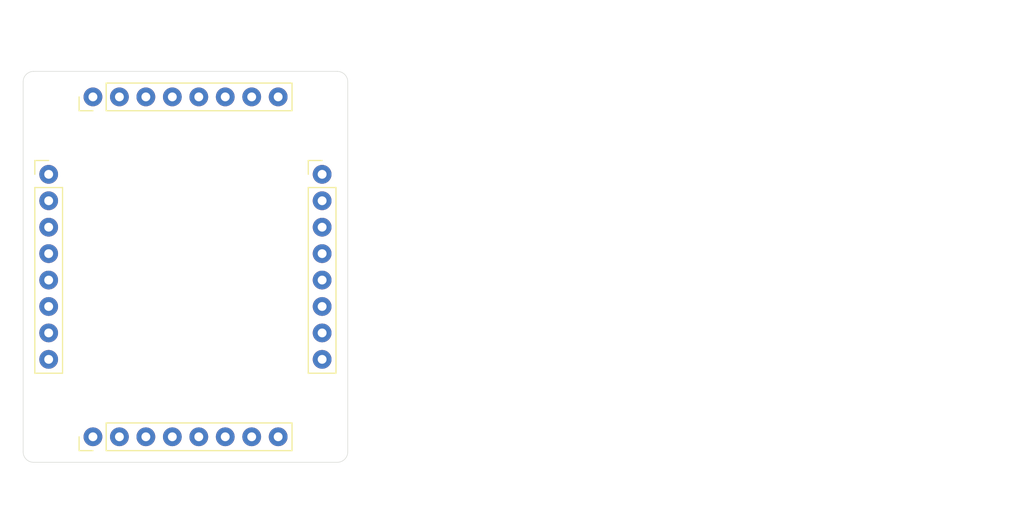
<source format=kicad_pcb>
(kicad_pcb (version 20171130) (host pcbnew "(5.1.4)-1")

  (general
    (thickness 1.6)
    (drawings 91)
    (tracks 0)
    (zones 0)
    (modules 8)
    (nets 33)
  )

  (page A4)
  (layers
    (0 F.Cu signal)
    (31 B.Cu signal)
    (32 B.Adhes user)
    (33 F.Adhes user)
    (34 B.Paste user)
    (35 F.Paste user)
    (36 B.SilkS user)
    (37 F.SilkS user)
    (38 B.Mask user)
    (39 F.Mask user)
    (40 Dwgs.User user)
    (41 Cmts.User user)
    (42 Eco1.User user)
    (43 Eco2.User user)
    (44 Edge.Cuts user)
    (45 Margin user)
    (46 B.CrtYd user)
    (47 F.CrtYd user)
    (48 B.Fab user)
    (49 F.Fab user)
  )

  (setup
    (last_trace_width 0.25)
    (trace_clearance 0.2)
    (zone_clearance 0.508)
    (zone_45_only no)
    (trace_min 0.25)
    (via_size 0.8)
    (via_drill 0.4)
    (via_min_size 0.4)
    (via_min_drill 0.3)
    (uvia_size 0.3)
    (uvia_drill 0.1)
    (uvias_allowed no)
    (uvia_min_size 0.2)
    (uvia_min_drill 0.1)
    (edge_width 0.05)
    (segment_width 0.2)
    (pcb_text_width 0.3)
    (pcb_text_size 1.5 1.5)
    (mod_edge_width 0.12)
    (mod_text_size 1 1)
    (mod_text_width 0.15)
    (pad_size 1.397 1.397)
    (pad_drill 0.8128)
    (pad_to_mask_clearance 0.051)
    (solder_mask_min_width 0.25)
    (aux_axis_origin 0 0)
    (visible_elements 7FFFFFFF)
    (pcbplotparams
      (layerselection 0x010f0_ffffffff)
      (usegerberextensions false)
      (usegerberattributes false)
      (usegerberadvancedattributes false)
      (creategerberjobfile false)
      (excludeedgelayer true)
      (linewidth 0.100000)
      (plotframeref false)
      (viasonmask false)
      (mode 1)
      (useauxorigin false)
      (hpglpennumber 1)
      (hpglpenspeed 20)
      (hpglpendiameter 15.000000)
      (psnegative false)
      (psa4output false)
      (plotreference true)
      (plotvalue true)
      (plotinvisibletext false)
      (padsonsilk false)
      (subtractmaskfromsilk false)
      (outputformat 1)
      (mirror false)
      (drillshape 0)
      (scaleselection 1)
      (outputdirectory "gb/"))
  )

  (net 0 "")
  (net 1 "Net-(J1-Pad8)")
  (net 2 "Net-(J1-Pad7)")
  (net 3 "Net-(J1-Pad6)")
  (net 4 "Net-(J1-Pad5)")
  (net 5 "Net-(J1-Pad4)")
  (net 6 "Net-(J1-Pad3)")
  (net 7 "Net-(J1-Pad2)")
  (net 8 "Net-(J1-Pad1)")
  (net 9 "Net-(J2-Pad1)")
  (net 10 "Net-(J2-Pad2)")
  (net 11 "Net-(J2-Pad3)")
  (net 12 "Net-(J2-Pad4)")
  (net 13 "Net-(J2-Pad5)")
  (net 14 "Net-(J2-Pad6)")
  (net 15 "Net-(J2-Pad7)")
  (net 16 "Net-(J2-Pad8)")
  (net 17 "Net-(J3-Pad1)")
  (net 18 "Net-(J3-Pad2)")
  (net 19 "Net-(J3-Pad3)")
  (net 20 "Net-(J3-Pad4)")
  (net 21 "Net-(J3-Pad5)")
  (net 22 "Net-(J3-Pad6)")
  (net 23 "Net-(J3-Pad7)")
  (net 24 "Net-(J3-Pad8)")
  (net 25 "Net-(J4-Pad8)")
  (net 26 "Net-(J4-Pad7)")
  (net 27 "Net-(J4-Pad6)")
  (net 28 "Net-(J4-Pad5)")
  (net 29 "Net-(J4-Pad4)")
  (net 30 "Net-(J4-Pad3)")
  (net 31 "Net-(J4-Pad2)")
  (net 32 "Net-(J4-Pad1)")

  (net_class Default "これはデフォルトのネット クラスです。"
    (clearance 0.2)
    (trace_width 0.25)
    (via_dia 0.8)
    (via_drill 0.4)
    (uvia_dia 0.3)
    (uvia_drill 0.1)
    (add_net "Net-(J1-Pad1)")
    (add_net "Net-(J1-Pad2)")
    (add_net "Net-(J1-Pad3)")
    (add_net "Net-(J1-Pad4)")
    (add_net "Net-(J1-Pad5)")
    (add_net "Net-(J1-Pad6)")
    (add_net "Net-(J1-Pad7)")
    (add_net "Net-(J1-Pad8)")
    (add_net "Net-(J2-Pad1)")
    (add_net "Net-(J2-Pad2)")
    (add_net "Net-(J2-Pad3)")
    (add_net "Net-(J2-Pad4)")
    (add_net "Net-(J2-Pad5)")
    (add_net "Net-(J2-Pad6)")
    (add_net "Net-(J2-Pad7)")
    (add_net "Net-(J2-Pad8)")
    (add_net "Net-(J3-Pad1)")
    (add_net "Net-(J3-Pad2)")
    (add_net "Net-(J3-Pad3)")
    (add_net "Net-(J3-Pad4)")
    (add_net "Net-(J3-Pad5)")
    (add_net "Net-(J3-Pad6)")
    (add_net "Net-(J3-Pad7)")
    (add_net "Net-(J3-Pad8)")
    (add_net "Net-(J4-Pad1)")
    (add_net "Net-(J4-Pad2)")
    (add_net "Net-(J4-Pad3)")
    (add_net "Net-(J4-Pad4)")
    (add_net "Net-(J4-Pad5)")
    (add_net "Net-(J4-Pad6)")
    (add_net "Net-(J4-Pad7)")
    (add_net "Net-(J4-Pad8)")
  )

  (module MountingHole:MountingHole_2.2mm_M2 (layer B.Cu) (tedit 56D1B4CB) (tstamp 61C9DDE6)
    (at 128.57 72.97)
    (descr "Mounting Hole 2.2mm, no annular, M2")
    (tags "mounting hole 2.2mm no annular m2")
    (attr virtual)
    (fp_text reference REF** (at 0 3.2) (layer B.SilkS) hide
      (effects (font (size 1 1) (thickness 0.15)) (justify mirror))
    )
    (fp_text value MountingHole_2.2mm_M2 (at -0.2 -3.63) (layer B.Fab) hide
      (effects (font (size 1 1) (thickness 0.15)) (justify mirror))
    )
    (fp_circle (center 0 0) (end 2.45 0) (layer B.CrtYd) (width 0.05))
    (fp_circle (center 0 0) (end 2.2 0) (layer Cmts.User) (width 0.15))
    (fp_text user %R (at 0.3 0) (layer B.Fab)
      (effects (font (size 1 1) (thickness 0.15)) (justify mirror))
    )
    (pad 1 np_thru_hole circle (at 0 0) (size 2.2 2.2) (drill 2.2) (layers *.Cu *.Mask))
  )

  (module MountingHole:MountingHole_2.2mm_M2 (layer B.Cu) (tedit 56D1B4CB) (tstamp 61C9DE9D)
    (at 154.82 105.63)
    (descr "Mounting Hole 2.2mm, no annular, M2")
    (tags "mounting hole 2.2mm no annular m2")
    (attr virtual)
    (fp_text reference REF** (at 0 3.2) (layer B.SilkS) hide
      (effects (font (size 1 1) (thickness 0.15)) (justify mirror))
    )
    (fp_text value MountingHole_2.2mm_M2 (at 0 -3.2) (layer B.Fab) hide
      (effects (font (size 1 1) (thickness 0.15)) (justify mirror))
    )
    (fp_text user %R (at 0.3 0) (layer B.Fab)
      (effects (font (size 1 1) (thickness 0.15)) (justify mirror))
    )
    (fp_circle (center 0 0) (end 2.2 0) (layer Cmts.User) (width 0.15))
    (fp_circle (center 0 0) (end 2.45 0) (layer B.CrtYd) (width 0.05))
    (pad 1 np_thru_hole circle (at 0 0) (size 2.2 2.2) (drill 2.2) (layers *.Cu *.Mask))
  )

  (module MountingHole:MountingHole_2.2mm_M2 (layer B.Cu) (tedit 56D1B4CB) (tstamp 61C9DEBF)
    (at 128.57 105.63)
    (descr "Mounting Hole 2.2mm, no annular, M2")
    (tags "mounting hole 2.2mm no annular m2")
    (attr virtual)
    (fp_text reference REF** (at 0 3.2) (layer B.SilkS) hide
      (effects (font (size 1 1) (thickness 0.15)) (justify mirror))
    )
    (fp_text value MountingHole_2.2mm_M2 (at 0 -3.2) (layer B.Fab) hide
      (effects (font (size 1 1) (thickness 0.15)) (justify mirror))
    )
    (fp_circle (center 0 0) (end 2.45 0) (layer B.CrtYd) (width 0.05))
    (fp_circle (center 0 0) (end 2.2 0) (layer Cmts.User) (width 0.15))
    (fp_text user %R (at 0.3 0) (layer B.Fab)
      (effects (font (size 1 1) (thickness 0.15)) (justify mirror))
    )
    (pad 1 np_thru_hole circle (at 0 0) (size 2.2 2.2) (drill 2.2) (layers *.Cu *.Mask))
  )

  (module MountingHole:MountingHole_2.2mm_M2 (layer B.Cu) (tedit 56D1B4CB) (tstamp 61C9DEC6)
    (at 154.82 72.97)
    (descr "Mounting Hole 2.2mm, no annular, M2")
    (tags "mounting hole 2.2mm no annular m2")
    (attr virtual)
    (fp_text reference REF** (at 0 3.2) (layer B.SilkS) hide
      (effects (font (size 1 1) (thickness 0.15)) (justify mirror))
    )
    (fp_text value MountingHole_2.2mm_M2 (at 0.02 -4.16) (layer B.Fab) hide
      (effects (font (size 1 1) (thickness 0.15)) (justify mirror))
    )
    (fp_circle (center 0 0) (end 2.45 0) (layer B.CrtYd) (width 0.05))
    (fp_circle (center 0 0) (end 2.2 0) (layer Cmts.User) (width 0.15))
    (fp_text user %R (at 0.3 0) (layer B.Fab)
      (effects (font (size 1 1) (thickness 0.15)) (justify mirror))
    )
    (pad 1 np_thru_hole circle (at 0 0) (size 2.2 2.2) (drill 2.2) (layers *.Cu *.Mask))
  )

  (module Connector_PinHeader_2.54mm:PinHeader_1x08_P2.54mm_Vertical (layer F.Cu) (tedit 64778B88) (tstamp 64778BE2)
    (at 132.82 72.97 90)
    (descr "Through hole straight pin header, 1x08, 2.54mm pitch, single row")
    (tags "Through hole pin header THT 1x08 2.54mm single row")
    (path /6478C67F)
    (fp_text reference J1 (at 0 -2.33 180) (layer F.SilkS) hide
      (effects (font (size 1 1) (thickness 0.15)))
    )
    (fp_text value Conn_01x08 (at 0 20.11 90) (layer F.Fab)
      (effects (font (size 1 1) (thickness 0.15)))
    )
    (fp_line (start -0.635 -1.27) (end 1.27 -1.27) (layer F.Fab) (width 0.1))
    (fp_line (start 1.27 -1.27) (end 1.27 19.05) (layer F.Fab) (width 0.1))
    (fp_line (start 1.27 19.05) (end -1.27 19.05) (layer F.Fab) (width 0.1))
    (fp_line (start -1.27 19.05) (end -1.27 -0.635) (layer F.Fab) (width 0.1))
    (fp_line (start -1.27 -0.635) (end -0.635 -1.27) (layer F.Fab) (width 0.1))
    (fp_line (start -1.33 19.11) (end 1.33 19.11) (layer F.SilkS) (width 0.12))
    (fp_line (start -1.33 1.27) (end -1.33 19.11) (layer F.SilkS) (width 0.12))
    (fp_line (start 1.33 1.27) (end 1.33 19.11) (layer F.SilkS) (width 0.12))
    (fp_line (start -1.33 1.27) (end 1.33 1.27) (layer F.SilkS) (width 0.12))
    (fp_line (start -1.33 0) (end -1.33 -1.33) (layer F.SilkS) (width 0.12))
    (fp_line (start -1.33 -1.33) (end 0 -1.33) (layer F.SilkS) (width 0.12))
    (fp_line (start -1.8 -1.8) (end -1.8 19.55) (layer F.CrtYd) (width 0.05))
    (fp_line (start -1.8 19.55) (end 1.8 19.55) (layer F.CrtYd) (width 0.05))
    (fp_line (start 1.8 19.55) (end 1.8 -1.8) (layer F.CrtYd) (width 0.05))
    (fp_line (start 1.8 -1.8) (end -1.8 -1.8) (layer F.CrtYd) (width 0.05))
    (fp_text user %R (at 0 8.89) (layer F.Fab)
      (effects (font (size 1 1) (thickness 0.15)))
    )
    (pad 1 thru_hole oval (at 0 0 90) (size 1.8 1.8) (drill 0.85) (layers *.Cu *.Mask)
      (net 8 "Net-(J1-Pad1)"))
    (pad 2 thru_hole oval (at 0 2.54 90) (size 1.8 1.8) (drill 0.85) (layers *.Cu *.Mask)
      (net 7 "Net-(J1-Pad2)"))
    (pad 3 thru_hole oval (at 0 5.08 90) (size 1.8 1.8) (drill 0.85) (layers *.Cu *.Mask)
      (net 6 "Net-(J1-Pad3)"))
    (pad 4 thru_hole oval (at 0 7.62 90) (size 1.8 1.8) (drill 0.85) (layers *.Cu *.Mask)
      (net 5 "Net-(J1-Pad4)"))
    (pad 5 thru_hole oval (at 0 10.16 90) (size 1.8 1.8) (drill 0.85) (layers *.Cu *.Mask)
      (net 4 "Net-(J1-Pad5)"))
    (pad 6 thru_hole oval (at 0 12.7 90) (size 1.8 1.8) (drill 0.85) (layers *.Cu *.Mask)
      (net 3 "Net-(J1-Pad6)"))
    (pad 7 thru_hole oval (at 0 15.24 90) (size 1.8 1.8) (drill 0.85) (layers *.Cu *.Mask)
      (net 2 "Net-(J1-Pad7)"))
    (pad 8 thru_hole oval (at 0 17.78 90) (size 1.8 1.8) (drill 0.85) (layers *.Cu *.Mask)
      (net 1 "Net-(J1-Pad8)"))
    (model ${KISYS3DMOD}/Connector_PinHeader_2.54mm.3dshapes/PinHeader_1x08_P2.54mm_Vertical.wrl
      (at (xyz 0 0 0))
      (scale (xyz 1 1 1))
      (rotate (xyz 0 0 0))
    )
  )

  (module Connector_PinHeader_2.54mm:PinHeader_1x08_P2.54mm_Vertical (layer F.Cu) (tedit 64778BEA) (tstamp 64778BFD)
    (at 128.57 80.41)
    (descr "Through hole straight pin header, 1x08, 2.54mm pitch, single row")
    (tags "Through hole pin header THT 1x08 2.54mm single row")
    (path /6478BE17)
    (fp_text reference J2 (at 0 -2.33) (layer F.SilkS) hide
      (effects (font (size 1 1) (thickness 0.15)))
    )
    (fp_text value Conn_01x08 (at 0 20.11) (layer F.Fab)
      (effects (font (size 1 1) (thickness 0.15)))
    )
    (fp_line (start -0.635 -1.27) (end 1.27 -1.27) (layer F.Fab) (width 0.1))
    (fp_line (start 1.27 -1.27) (end 1.27 19.05) (layer F.Fab) (width 0.1))
    (fp_line (start 1.27 19.05) (end -1.27 19.05) (layer F.Fab) (width 0.1))
    (fp_line (start -1.27 19.05) (end -1.27 -0.635) (layer F.Fab) (width 0.1))
    (fp_line (start -1.27 -0.635) (end -0.635 -1.27) (layer F.Fab) (width 0.1))
    (fp_line (start -1.33 19.11) (end 1.33 19.11) (layer F.SilkS) (width 0.12))
    (fp_line (start -1.33 1.27) (end -1.33 19.11) (layer F.SilkS) (width 0.12))
    (fp_line (start 1.33 1.27) (end 1.33 19.11) (layer F.SilkS) (width 0.12))
    (fp_line (start -1.33 1.27) (end 1.33 1.27) (layer F.SilkS) (width 0.12))
    (fp_line (start -1.33 0) (end -1.33 -1.33) (layer F.SilkS) (width 0.12))
    (fp_line (start -1.33 -1.33) (end 0 -1.33) (layer F.SilkS) (width 0.12))
    (fp_line (start -1.8 -1.8) (end -1.8 19.55) (layer F.CrtYd) (width 0.05))
    (fp_line (start -1.8 19.55) (end 1.8 19.55) (layer F.CrtYd) (width 0.05))
    (fp_line (start 1.8 19.55) (end 1.8 -1.8) (layer F.CrtYd) (width 0.05))
    (fp_line (start 1.8 -1.8) (end -1.8 -1.8) (layer F.CrtYd) (width 0.05))
    (fp_text user %R (at 0 8.89 90) (layer F.Fab)
      (effects (font (size 1 1) (thickness 0.15)))
    )
    (pad 1 thru_hole oval (at 0 0) (size 1.8 1.8) (drill 0.85) (layers *.Cu *.Mask)
      (net 9 "Net-(J2-Pad1)"))
    (pad 2 thru_hole oval (at 0 2.54) (size 1.8 1.8) (drill 0.85) (layers *.Cu *.Mask)
      (net 10 "Net-(J2-Pad2)"))
    (pad 3 thru_hole oval (at 0 5.08) (size 1.8 1.8) (drill 0.85) (layers *.Cu *.Mask)
      (net 11 "Net-(J2-Pad3)"))
    (pad 4 thru_hole oval (at 0 7.62) (size 1.8 1.8) (drill 0.85) (layers *.Cu *.Mask)
      (net 12 "Net-(J2-Pad4)"))
    (pad 5 thru_hole oval (at 0 10.16) (size 1.8 1.8) (drill 0.85) (layers *.Cu *.Mask)
      (net 13 "Net-(J2-Pad5)"))
    (pad 6 thru_hole oval (at 0 12.7) (size 1.8 1.8) (drill 0.85) (layers *.Cu *.Mask)
      (net 14 "Net-(J2-Pad6)"))
    (pad 7 thru_hole oval (at 0 15.24) (size 1.8 1.8) (drill 0.85) (layers *.Cu *.Mask)
      (net 15 "Net-(J2-Pad7)"))
    (pad 8 thru_hole oval (at 0 17.78) (size 1.8 1.8) (drill 0.85) (layers *.Cu *.Mask)
      (net 16 "Net-(J2-Pad8)"))
    (model ${KISYS3DMOD}/Connector_PinHeader_2.54mm.3dshapes/PinHeader_1x08_P2.54mm_Vertical.wrl
      (at (xyz 0 0 0))
      (scale (xyz 1 1 1))
      (rotate (xyz 0 0 0))
    )
  )

  (module Connector_PinHeader_2.54mm:PinHeader_1x08_P2.54mm_Vertical (layer F.Cu) (tedit 64778C3B) (tstamp 64778C18)
    (at 154.82 80.41)
    (descr "Through hole straight pin header, 1x08, 2.54mm pitch, single row")
    (tags "Through hole pin header THT 1x08 2.54mm single row")
    (path /6478CF0B)
    (fp_text reference J3 (at 0 -2.33) (layer F.SilkS) hide
      (effects (font (size 1 1) (thickness 0.15)))
    )
    (fp_text value Conn_01x08 (at 0 20.11) (layer F.Fab)
      (effects (font (size 1 1) (thickness 0.15)))
    )
    (fp_line (start -0.635 -1.27) (end 1.27 -1.27) (layer F.Fab) (width 0.1))
    (fp_line (start 1.27 -1.27) (end 1.27 19.05) (layer F.Fab) (width 0.1))
    (fp_line (start 1.27 19.05) (end -1.27 19.05) (layer F.Fab) (width 0.1))
    (fp_line (start -1.27 19.05) (end -1.27 -0.635) (layer F.Fab) (width 0.1))
    (fp_line (start -1.27 -0.635) (end -0.635 -1.27) (layer F.Fab) (width 0.1))
    (fp_line (start -1.33 19.11) (end 1.33 19.11) (layer F.SilkS) (width 0.12))
    (fp_line (start -1.33 1.27) (end -1.33 19.11) (layer F.SilkS) (width 0.12))
    (fp_line (start 1.33 1.27) (end 1.33 19.11) (layer F.SilkS) (width 0.12))
    (fp_line (start -1.33 1.27) (end 1.33 1.27) (layer F.SilkS) (width 0.12))
    (fp_line (start -1.33 0) (end -1.33 -1.33) (layer F.SilkS) (width 0.12))
    (fp_line (start -1.33 -1.33) (end 0 -1.33) (layer F.SilkS) (width 0.12))
    (fp_line (start -1.8 -1.8) (end -1.8 19.55) (layer F.CrtYd) (width 0.05))
    (fp_line (start -1.8 19.55) (end 1.8 19.55) (layer F.CrtYd) (width 0.05))
    (fp_line (start 1.8 19.55) (end 1.8 -1.8) (layer F.CrtYd) (width 0.05))
    (fp_line (start 1.8 -1.8) (end -1.8 -1.8) (layer F.CrtYd) (width 0.05))
    (fp_text user %R (at 0 8.89 90) (layer F.Fab)
      (effects (font (size 1 1) (thickness 0.15)))
    )
    (pad 1 thru_hole oval (at 0 0) (size 1.8 1.8) (drill 0.85) (layers *.Cu *.Mask)
      (net 17 "Net-(J3-Pad1)"))
    (pad 2 thru_hole oval (at 0 2.54) (size 1.8 1.8) (drill 0.85) (layers *.Cu *.Mask)
      (net 18 "Net-(J3-Pad2)"))
    (pad 3 thru_hole oval (at 0 5.08) (size 1.8 1.8) (drill 0.85) (layers *.Cu *.Mask)
      (net 19 "Net-(J3-Pad3)"))
    (pad 4 thru_hole oval (at 0 7.62) (size 1.8 1.8) (drill 0.85) (layers *.Cu *.Mask)
      (net 20 "Net-(J3-Pad4)"))
    (pad 5 thru_hole oval (at 0 10.16) (size 1.8 1.8) (drill 0.85) (layers *.Cu *.Mask)
      (net 21 "Net-(J3-Pad5)"))
    (pad 6 thru_hole oval (at 0 12.7) (size 1.8 1.8) (drill 0.85) (layers *.Cu *.Mask)
      (net 22 "Net-(J3-Pad6)"))
    (pad 7 thru_hole oval (at 0 15.24) (size 1.8 1.8) (drill 0.85) (layers *.Cu *.Mask)
      (net 23 "Net-(J3-Pad7)"))
    (pad 8 thru_hole oval (at 0 17.78) (size 1.8 1.8) (drill 0.85) (layers *.Cu *.Mask)
      (net 24 "Net-(J3-Pad8)"))
    (model ${KISYS3DMOD}/Connector_PinHeader_2.54mm.3dshapes/PinHeader_1x08_P2.54mm_Vertical.wrl
      (at (xyz 0 0 0))
      (scale (xyz 1 1 1))
      (rotate (xyz 0 0 0))
    )
  )

  (module Connector_PinHeader_2.54mm:PinHeader_1x08_P2.54mm_Vertical (layer F.Cu) (tedit 64778C0C) (tstamp 64778C33)
    (at 132.82 105.63 90)
    (descr "Through hole straight pin header, 1x08, 2.54mm pitch, single row")
    (tags "Through hole pin header THT 1x08 2.54mm single row")
    (path /6478D5D2)
    (fp_text reference J4 (at 0 -2.33 180) (layer F.SilkS) hide
      (effects (font (size 1 1) (thickness 0.15)))
    )
    (fp_text value Conn_01x08 (at 0 20.11 90) (layer F.Fab)
      (effects (font (size 1 1) (thickness 0.15)))
    )
    (fp_line (start -0.635 -1.27) (end 1.27 -1.27) (layer F.Fab) (width 0.1))
    (fp_line (start 1.27 -1.27) (end 1.27 19.05) (layer F.Fab) (width 0.1))
    (fp_line (start 1.27 19.05) (end -1.27 19.05) (layer F.Fab) (width 0.1))
    (fp_line (start -1.27 19.05) (end -1.27 -0.635) (layer F.Fab) (width 0.1))
    (fp_line (start -1.27 -0.635) (end -0.635 -1.27) (layer F.Fab) (width 0.1))
    (fp_line (start -1.33 19.11) (end 1.33 19.11) (layer F.SilkS) (width 0.12))
    (fp_line (start -1.33 1.27) (end -1.33 19.11) (layer F.SilkS) (width 0.12))
    (fp_line (start 1.33 1.27) (end 1.33 19.11) (layer F.SilkS) (width 0.12))
    (fp_line (start -1.33 1.27) (end 1.33 1.27) (layer F.SilkS) (width 0.12))
    (fp_line (start -1.33 0) (end -1.33 -1.33) (layer F.SilkS) (width 0.12))
    (fp_line (start -1.33 -1.33) (end 0 -1.33) (layer F.SilkS) (width 0.12))
    (fp_line (start -1.8 -1.8) (end -1.8 19.55) (layer F.CrtYd) (width 0.05))
    (fp_line (start -1.8 19.55) (end 1.8 19.55) (layer F.CrtYd) (width 0.05))
    (fp_line (start 1.8 19.55) (end 1.8 -1.8) (layer F.CrtYd) (width 0.05))
    (fp_line (start 1.8 -1.8) (end -1.8 -1.8) (layer F.CrtYd) (width 0.05))
    (fp_text user %R (at 0 8.89) (layer F.Fab)
      (effects (font (size 1 1) (thickness 0.15)))
    )
    (pad 1 thru_hole oval (at 0 0 90) (size 1.8 1.8) (drill 0.85) (layers *.Cu *.Mask)
      (net 32 "Net-(J4-Pad1)"))
    (pad 2 thru_hole oval (at 0 2.54 90) (size 1.8 1.8) (drill 0.85) (layers *.Cu *.Mask)
      (net 31 "Net-(J4-Pad2)"))
    (pad 3 thru_hole oval (at 0 5.08 90) (size 1.8 1.8) (drill 0.85) (layers *.Cu *.Mask)
      (net 30 "Net-(J4-Pad3)"))
    (pad 4 thru_hole oval (at 0 7.62 90) (size 1.8 1.8) (drill 0.85) (layers *.Cu *.Mask)
      (net 29 "Net-(J4-Pad4)"))
    (pad 5 thru_hole oval (at 0 10.16 90) (size 1.8 1.8) (drill 0.85) (layers *.Cu *.Mask)
      (net 28 "Net-(J4-Pad5)"))
    (pad 6 thru_hole oval (at 0 12.7 90) (size 1.8 1.8) (drill 0.85) (layers *.Cu *.Mask)
      (net 27 "Net-(J4-Pad6)"))
    (pad 7 thru_hole oval (at 0 15.24 90) (size 1.8 1.8) (drill 0.85) (layers *.Cu *.Mask)
      (net 26 "Net-(J4-Pad7)"))
    (pad 8 thru_hole oval (at 0 17.78 90) (size 1.8 1.8) (drill 0.85) (layers *.Cu *.Mask)
      (net 25 "Net-(J4-Pad8)"))
    (model ${KISYS3DMOD}/Connector_PinHeader_2.54mm.3dshapes/PinHeader_1x08_P2.54mm_Vertical.wrl
      (at (xyz 0 0 0))
      (scale (xyz 1 1 1))
      (rotate (xyz 0 0 0))
    )
  )

  (gr_arc (start 156.28 71.52) (end 156.28 70.52) (angle 90) (layer Edge.Cuts) (width 0.05) (tstamp 61C9DEE7))
  (gr_line (start 127.12 70.52) (end 156.28 70.52) (layer Edge.Cuts) (width 0.05) (tstamp 61C9DEE8))
  (gr_arc (start 127.12 107.08) (end 127.12 108.08) (angle 90) (layer Edge.Cuts) (width 0.05) (tstamp 61C9DEE9))
  (gr_arc (start 127.12 71.52) (end 126.12 71.52) (angle 90) (layer Edge.Cuts) (width 0.05) (tstamp 61C9DEEA))
  (gr_line (start 157.28 71.52) (end 157.28 107.08) (layer Edge.Cuts) (width 0.05) (tstamp 61C9DEEB))
  (gr_line (start 126.12 107.08) (end 126.12 71.52) (layer Edge.Cuts) (width 0.05) (tstamp 61C9DEEC))
  (gr_line (start 156.28 108.08) (end 127.12 108.08) (layer Edge.Cuts) (width 0.05) (tstamp 61C9DEED))
  (gr_arc (start 156.28 107.08) (end 157.28 107.08) (angle 90) (layer Edge.Cuts) (width 0.05) (tstamp 61C9DEEE))
  (gr_line (start 217.11 75.24) (end 222.11 75.24) (layer Dwgs.User) (width 0.2))
  (gr_line (start 206.334999 103.9) (end 203.996469 103.9) (layer Dwgs.User) (width 0.2))
  (gr_circle (center 209.235 72.51) (end 210.335 72.51) (layer Dwgs.User) (width 0.2))
  (gr_line (start 188.223531 103.9) (end 185.885001 103.9) (layer Dwgs.User) (width 0.2))
  (gr_line (start 222.109999 102.839999) (end 222.109999 75.240001) (layer Dwgs.User) (width 0.2))
  (gr_line (start 185.885001 103.9) (end 185.885001 106.439999) (layer Dwgs.User) (width 0.2))
  (gr_circle (center 196.11 88.84) (end 221.109999 88.84) (layer Dwgs.User) (width 0.2))
  (gr_line (start 217.109999 75.240001) (end 217.109999 102.839999) (layer Dwgs.User) (width 0.2))
  (gr_line (start 206.334999 73.78) (end 206.334999 71.240001) (layer Dwgs.User) (width 0.2))
  (gr_line (start 175.110001 102.839999) (end 170.110001 102.839999) (layer Dwgs.User) (width 0.2))
  (gr_line (start 217.11 102.34) (end 217.109999 102.34) (layer Dwgs.User) (width 0.2))
  (gr_line (start 185.885001 71.240001) (end 206.334999 71.240001) (layer Dwgs.User) (width 0.2))
  (gr_line (start 206.334999 105.169999) (end 206.334999 106.439999) (layer Dwgs.User) (width 0.2))
  (gr_circle (center 182.985 105.17) (end 184.085 105.17) (layer Dwgs.User) (width 0.2))
  (gr_line (start 175.110001 75.240001) (end 170.110001 75.240001) (layer Dwgs.User) (width 0.2))
  (gr_circle (center 182.985 72.51) (end 184.085 72.51) (layer Dwgs.User) (width 0.2))
  (gr_line (start 206.334999 106.439999) (end 185.885001 106.439999) (layer Dwgs.User) (width 0.2))
  (gr_circle (center 196.11 88.84) (end 213.11 88.84) (layer Dwgs.User) (width 0.2))
  (gr_circle (center 209.235 72.51) (end 210.335 72.51) (layer Dwgs.User) (width 0.2))
  (gr_line (start 175.11 102.34) (end 175.110001 102.34) (layer Dwgs.User) (width 0.2))
  (gr_line (start 206.334999 73.78) (end 185.885001 73.78) (layer Dwgs.User) (width 0.2))
  (gr_arc (start 196.11 88.84) (end 188.223531 73.78) (angle -124.7206006) (layer Dwgs.User) (width 0.2))
  (gr_line (start 197.36 113.245) (end 201.36 113.245) (layer Dwgs.User) (width 0.2))
  (gr_line (start 206.334999 105.169999) (end 206.334999 103.9) (layer Dwgs.User) (width 0.2))
  (gr_line (start 185.885001 72.510001) (end 185.885001 71.240001) (layer Dwgs.User) (width 0.2))
  (gr_line (start 185.885001 105.169999) (end 185.885001 106.439999) (layer Dwgs.User) (width 0.2))
  (gr_line (start 175.110001 102.839999) (end 175.11 102.839999) (layer Dwgs.User) (width 0.2))
  (gr_line (start 175.11 75.290001) (end 175.110001 75.290001) (layer Dwgs.User) (width 0.2))
  (gr_line (start 185.885001 72.510001) (end 185.885001 73.78) (layer Dwgs.User) (width 0.2))
  (gr_line (start 217.109999 102.839999) (end 217.11 102.839999) (layer Dwgs.User) (width 0.2))
  (gr_circle (center 196.11 88.84) (end 221.109999 88.84) (layer Dwgs.User) (width 0.2))
  (gr_line (start 206.334999 72.510001) (end 206.334999 71.240001) (layer Dwgs.User) (width 0.2))
  (gr_line (start 206.334999 72.510001) (end 206.334999 73.78) (layer Dwgs.User) (width 0.2))
  (gr_line (start 185.885001 103.9) (end 206.334999 103.9) (layer Dwgs.User) (width 0.2))
  (gr_line (start 217.11 75.290001) (end 217.109999 75.290001) (layer Dwgs.User) (width 0.2))
  (gr_circle (center 209.235 105.17) (end 210.335 105.17) (layer Dwgs.User) (width 0.2))
  (gr_line (start 217.109999 75.240001) (end 217.109999 102.839999) (layer Dwgs.User) (width 0.2))
  (gr_line (start 185.885001 105.169999) (end 185.885001 103.9) (layer Dwgs.User) (width 0.2))
  (gr_circle (center 209.235 105.17) (end 210.335 105.17) (layer Dwgs.User) (width 0.2))
  (gr_line (start 170.110001 102.839999) (end 175.110001 102.839999) (layer Dwgs.User) (width 0.2))
  (gr_line (start 217.109999 75.240001) (end 217.11 75.240001) (layer Dwgs.User) (width 0.2))
  (gr_line (start 201.36 113.245001) (end 189.61 113.245001) (layer Dwgs.User) (width 0.2))
  (gr_line (start 206.335 103.9) (end 206.335 73.78) (layer Dwgs.User) (width 0.2))
  (gr_line (start 217.109999 102.40466) (end 217.109999 75.27534) (layer Dwgs.User) (width 0.2))
  (gr_line (start 185.885 103.9) (end 206.335 103.9) (layer Dwgs.User) (width 0.2))
  (gr_line (start 209.235 67.56) (end 209.235 63.76) (layer Dwgs.User) (width 0.2))
  (gr_line (start 185.885 73.78) (end 185.885 103.9) (layer Dwgs.User) (width 0.2))
  (gr_line (start 209.235 67.56) (end 182.985 67.56) (layer Dwgs.User) (width 0.2))
  (gr_line (start 209.235 63.76) (end 182.985 63.76) (layer Dwgs.User) (width 0.2))
  (gr_line (start 202.592072 113.245001) (end 201.36 113.245001) (layer Dwgs.User) (width 0.2))
  (gr_line (start 217.109999 102.839999) (end 222.109999 102.839999) (layer Dwgs.User) (width 0.2))
  (gr_line (start 206.334999 106.439999) (end 206.334999 103.9) (layer Dwgs.User) (width 0.2))
  (gr_line (start 185.885001 71.240001) (end 185.885001 73.78) (layer Dwgs.User) (width 0.2))
  (gr_line (start 217.109999 102.839999) (end 222.109999 102.839999) (layer Dwgs.User) (width 0.2))
  (gr_line (start 170.110001 102.839999) (end 170.110001 75.240001) (layer Dwgs.User) (width 0.2))
  (gr_line (start 175.110001 102.839999) (end 175.110001 75.240001) (layer Dwgs.User) (width 0.2))
  (gr_circle (center 209.235 105.17) (end 210.335 105.17) (layer Dwgs.User) (width 0.2))
  (gr_line (start 206.334999 71.240001) (end 185.885001 71.240001) (layer Dwgs.User) (width 0.2))
  (gr_line (start 217.109999 102.839999) (end 222.109999 102.839999) (layer Dwgs.User) (width 0.2))
  (gr_line (start 206.335 73.78) (end 185.885 73.78) (layer Dwgs.User) (width 0.2))
  (gr_line (start 185.885001 106.439999) (end 206.334999 106.439999) (layer Dwgs.User) (width 0.2))
  (gr_line (start 182.985 67.56) (end 182.985 63.76) (layer Dwgs.User) (width 0.2))
  (gr_line (start 185.885001 73.78) (end 188.223531 73.78) (layer Dwgs.User) (width 0.2))
  (gr_circle (center 209.235 72.51) (end 210.335 72.51) (layer Dwgs.User) (width 0.2))
  (gr_line (start 175.110001 75.27534) (end 175.110001 102.40466) (layer Dwgs.User) (width 0.2))
  (gr_arc (start 196.11 88.84) (end 175.110001 102.40466) (angle -114.2802353) (layer Dwgs.User) (width 0.2))
  (gr_line (start 222.109999 75.240001) (end 217.109999 75.240001) (layer Dwgs.User) (width 0.2))
  (gr_line (start 170.110001 75.240001) (end 170.110001 102.839999) (layer Dwgs.User) (width 0.2))
  (gr_arc (start 196.11 88.84) (end 203.996469 103.899999) (angle -124.7206006) (layer Dwgs.User) (width 0.2))
  (gr_circle (center 196.11 88.84) (end 213.11 88.84) (layer Dwgs.User) (width 0.2))
  (gr_line (start 222.11 75.24) (end 222.109999 102.839999) (layer Dwgs.User) (width 0.2))
  (gr_circle (center 182.985 72.51) (end 184.085 72.51) (layer Dwgs.User) (width 0.2))
  (gr_line (start 197.36 113.245) (end 201.36 113.245) (layer Dwgs.User) (width 0.2))
  (gr_circle (center 182.985 105.17) (end 184.085 105.17) (layer Dwgs.User) (width 0.2))
  (gr_arc (start 196.11 88.84) (end 217.109999 75.27534) (angle -114.2802353) (layer Dwgs.User) (width 0.2))
  (gr_line (start 222.109999 102.839999) (end 222.109999 75.240001) (layer Dwgs.User) (width 0.2))
  (gr_line (start 217.109999 75.240001) (end 217.109999 102.839999) (layer Dwgs.User) (width 0.2))
  (gr_line (start 203.996469 73.78) (end 206.334999 73.78) (layer Dwgs.User) (width 0.2))
  (gr_circle (center 182.985 72.51) (end 184.085 72.51) (layer Dwgs.User) (width 0.2))
  (gr_circle (center 182.985 105.17) (end 184.085 105.17) (layer Dwgs.User) (width 0.2))
  (gr_line (start 222.109999 75.240001) (end 217.109999 75.240001) (layer Dwgs.User) (width 0.2))
  (gr_line (start 175.11 102.84) (end 175.11 75.240001) (layer Dwgs.User) (width 0.2))
  (gr_line (start 175.110001 75.240001) (end 170.110001 75.240001) (layer Dwgs.User) (width 0.2))

)

</source>
